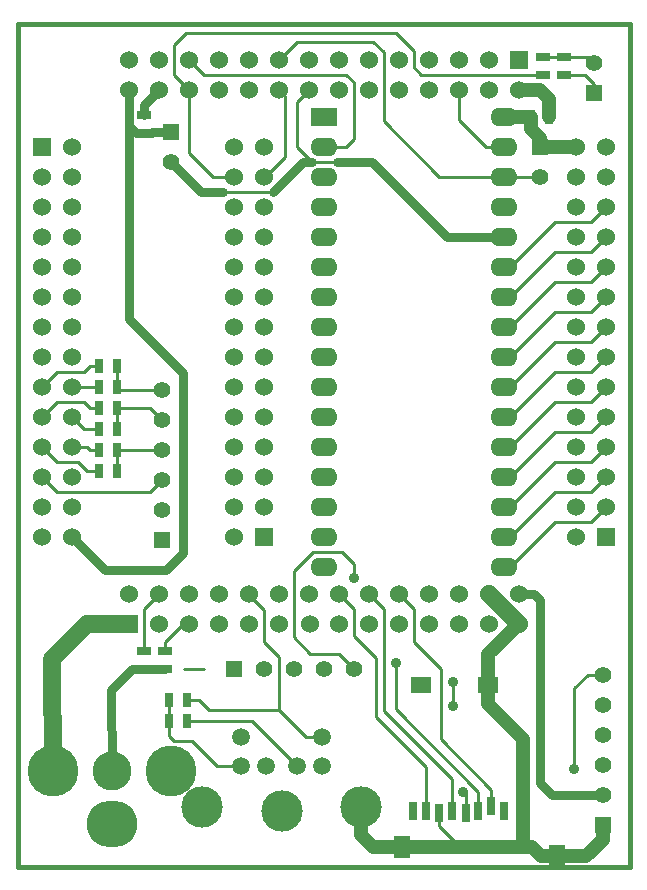
<source format=gtl>
G04 (created by PCBNEW (2013-07-07 BZR 4022)-stable) date 11/10/2018 5:54:12 PM*
%MOIN*%
G04 Gerber Fmt 3.4, Leading zero omitted, Abs format*
%FSLAX34Y34*%
G01*
G70*
G90*
G04 APERTURE LIST*
%ADD10C,0.00590551*%
%ADD11C,0.015*%
%ADD12O,0.17X0.155*%
%ADD13C,0.17*%
%ADD14C,0.13*%
%ADD15R,0.0708661X0.0551181*%
%ADD16R,0.0551181X0.0748031*%
%ADD17R,0.0314961X0.0590551*%
%ADD18C,0.055*%
%ADD19R,0.055X0.055*%
%ADD20C,0.06*%
%ADD21R,0.06X0.06*%
%ADD22R,0.045X0.025*%
%ADD23R,0.025X0.045*%
%ADD24R,0.09X0.062*%
%ADD25O,0.09X0.062*%
%ADD26C,0.0590551*%
%ADD27C,0.137795*%
%ADD28C,0.035*%
%ADD29C,0.01*%
%ADD30C,0.03*%
%ADD31C,0.045*%
%ADD32C,0.06*%
G04 APERTURE END LIST*
G54D10*
G54D11*
X45100Y-51500D02*
X45100Y-23400D01*
X65500Y-51500D02*
X45100Y-51500D01*
X65500Y-23400D02*
X65500Y-51500D01*
X45100Y-23400D02*
X65500Y-23400D01*
G54D12*
X48250Y-50070D03*
G54D13*
X46280Y-48300D03*
G54D14*
X48250Y-48300D03*
G54D13*
X50220Y-48300D03*
G54D15*
X58545Y-45450D03*
G54D16*
X57915Y-50850D03*
G54D17*
X59583Y-49650D03*
X59150Y-49728D03*
X58284Y-49650D03*
X58717Y-49650D03*
X60449Y-49650D03*
X60036Y-49728D03*
X60882Y-49492D03*
X61315Y-49650D03*
G54D16*
X63092Y-51150D03*
G54D15*
X60789Y-45450D03*
G54D18*
X49900Y-35600D03*
X49900Y-36600D03*
X49900Y-37600D03*
X49900Y-38600D03*
G54D19*
X49900Y-40600D03*
G54D18*
X49900Y-39600D03*
G54D20*
X45900Y-31500D03*
X45900Y-30500D03*
X45900Y-29500D03*
X45900Y-28500D03*
X46900Y-40500D03*
X46900Y-39500D03*
X46900Y-38500D03*
X46900Y-37500D03*
X46900Y-36500D03*
X45900Y-40500D03*
X46900Y-35500D03*
X45900Y-39500D03*
X46900Y-34500D03*
X45900Y-38500D03*
X46900Y-33500D03*
X45900Y-37500D03*
X46900Y-32500D03*
X45900Y-36500D03*
X46900Y-31500D03*
X45900Y-35500D03*
X46900Y-30500D03*
X45900Y-34500D03*
X46900Y-29500D03*
X45900Y-33500D03*
X46900Y-28500D03*
X45900Y-32500D03*
X46900Y-27500D03*
G54D21*
X45900Y-27500D03*
X64700Y-40500D03*
G54D20*
X63700Y-40500D03*
X64700Y-35500D03*
X63700Y-39500D03*
X64700Y-34500D03*
X63700Y-38500D03*
X64700Y-33500D03*
X63700Y-37500D03*
X64700Y-32500D03*
X63700Y-36500D03*
X64700Y-31500D03*
X63700Y-35500D03*
X64700Y-30500D03*
X63700Y-34500D03*
X64700Y-29500D03*
X63700Y-33500D03*
X64700Y-28500D03*
X63700Y-32500D03*
X64700Y-27500D03*
X63700Y-31500D03*
X63700Y-30500D03*
X63700Y-29500D03*
X63700Y-28500D03*
X63700Y-27500D03*
X64700Y-39500D03*
X64700Y-38500D03*
X64700Y-37500D03*
X64700Y-36500D03*
X57800Y-24600D03*
X58800Y-24600D03*
X59800Y-24600D03*
X60800Y-24600D03*
X48800Y-25600D03*
X49800Y-25600D03*
X50800Y-25600D03*
X51800Y-25600D03*
X52800Y-25600D03*
X48800Y-24600D03*
X53800Y-25600D03*
X49800Y-24600D03*
X54800Y-25600D03*
X50800Y-24600D03*
X55800Y-25600D03*
X51800Y-24600D03*
X56800Y-25600D03*
X52800Y-24600D03*
X57800Y-25600D03*
X53800Y-24600D03*
X58800Y-25600D03*
X54800Y-24600D03*
X59800Y-25600D03*
X55800Y-24600D03*
X60800Y-25600D03*
X56800Y-24600D03*
X61800Y-25600D03*
G54D21*
X61800Y-24600D03*
X48800Y-43400D03*
G54D20*
X48800Y-42400D03*
X53800Y-43400D03*
X49800Y-42400D03*
X54850Y-43400D03*
X50800Y-42400D03*
X55800Y-43400D03*
X51800Y-42400D03*
X56800Y-43400D03*
X52800Y-42400D03*
X57800Y-43400D03*
X53800Y-42400D03*
X58800Y-43400D03*
X54800Y-42400D03*
X59800Y-43400D03*
X55800Y-42400D03*
X60800Y-43400D03*
X56800Y-42400D03*
X61800Y-43400D03*
X57800Y-42400D03*
X58800Y-42400D03*
X59800Y-42400D03*
X60800Y-42400D03*
X61800Y-42400D03*
X49800Y-43400D03*
X50800Y-43400D03*
X51800Y-43400D03*
X52800Y-43400D03*
G54D22*
X50000Y-44300D03*
X50000Y-44900D03*
X49300Y-44300D03*
X49300Y-44900D03*
G54D23*
X47800Y-37600D03*
X48400Y-37600D03*
X47800Y-34800D03*
X48400Y-34800D03*
X47800Y-35500D03*
X48400Y-35500D03*
X47800Y-36200D03*
X48400Y-36200D03*
X47800Y-36900D03*
X48400Y-36900D03*
X47800Y-38300D03*
X48400Y-38300D03*
G54D19*
X64600Y-50100D03*
G54D18*
X64600Y-49100D03*
X64600Y-48100D03*
X64600Y-47100D03*
X64600Y-46100D03*
X64600Y-45100D03*
G54D24*
X55300Y-26500D03*
G54D25*
X55300Y-27500D03*
X55300Y-28500D03*
X55300Y-29500D03*
X55300Y-30500D03*
X55300Y-31500D03*
X55300Y-32500D03*
X55300Y-33500D03*
X55300Y-34500D03*
X55300Y-35500D03*
X55300Y-36500D03*
X55300Y-37500D03*
X55300Y-38500D03*
X55300Y-39500D03*
X55300Y-40500D03*
X55300Y-41500D03*
X61300Y-41500D03*
X61300Y-40500D03*
X61300Y-39500D03*
X61300Y-38500D03*
X61300Y-37500D03*
X61300Y-36500D03*
X61300Y-35500D03*
X61300Y-34500D03*
X61300Y-33500D03*
X61300Y-32500D03*
X61300Y-31500D03*
X61300Y-30500D03*
X61300Y-29500D03*
X61300Y-28500D03*
X61300Y-27500D03*
X61300Y-26500D03*
G54D23*
X62200Y-26500D03*
X62800Y-26500D03*
G54D26*
X54409Y-48153D03*
X53390Y-48153D03*
X52559Y-48153D03*
X52559Y-47169D03*
X55240Y-47169D03*
G54D27*
X51242Y-49531D03*
X56557Y-49531D03*
X53900Y-49649D03*
G54D26*
X55240Y-48153D03*
G54D22*
X63300Y-24500D03*
X63300Y-25100D03*
X62600Y-25100D03*
X62600Y-24500D03*
G54D19*
X64300Y-25700D03*
G54D18*
X64300Y-24700D03*
G54D19*
X50200Y-27000D03*
G54D18*
X50200Y-28000D03*
G54D19*
X62500Y-27500D03*
G54D18*
X62500Y-28500D03*
G54D19*
X52300Y-44900D03*
G54D18*
X53300Y-44900D03*
X54300Y-44900D03*
X55300Y-44900D03*
X56300Y-44900D03*
G54D22*
X49300Y-27050D03*
X49300Y-26450D03*
G54D20*
X52300Y-27500D03*
X53300Y-27500D03*
G54D21*
X53300Y-40500D03*
G54D20*
X52300Y-40500D03*
X53300Y-39500D03*
X52300Y-39500D03*
X53300Y-38500D03*
X52300Y-38500D03*
X53300Y-37500D03*
X52300Y-37500D03*
X53300Y-36500D03*
X52300Y-36500D03*
X53300Y-35500D03*
X52300Y-35500D03*
X53300Y-34500D03*
X52300Y-34500D03*
X53300Y-33500D03*
X52300Y-33500D03*
X53300Y-32500D03*
X52300Y-32500D03*
X53300Y-31500D03*
X52300Y-31500D03*
X53300Y-30500D03*
X52300Y-30500D03*
X53300Y-29500D03*
X52300Y-29500D03*
X53300Y-28500D03*
X52300Y-28500D03*
G54D23*
X50750Y-46650D03*
X50150Y-46650D03*
X50750Y-45950D03*
X50150Y-45950D03*
G54D28*
X59950Y-49000D03*
X63650Y-48250D03*
X59600Y-46150D03*
X59600Y-45350D03*
X56325Y-41875D03*
X57700Y-44700D03*
G54D29*
X50650Y-44900D02*
X51300Y-44900D01*
X50150Y-46650D02*
X50150Y-46000D01*
X52559Y-48153D02*
X51753Y-48153D01*
X50150Y-47150D02*
X50150Y-46650D01*
X50300Y-47300D02*
X50150Y-47150D01*
X50900Y-47300D02*
X50300Y-47300D01*
X51753Y-48153D02*
X50900Y-47300D01*
X60036Y-49728D02*
X60036Y-49086D01*
X60036Y-49086D02*
X59950Y-49000D01*
G54D30*
X50200Y-27000D02*
X49600Y-27000D01*
X49550Y-27050D02*
X49300Y-27050D01*
X49600Y-27000D02*
X49550Y-27050D01*
X49300Y-27050D02*
X49050Y-27050D01*
X49050Y-27050D02*
X48800Y-26800D01*
X50600Y-35050D02*
X50600Y-41050D01*
X48800Y-33250D02*
X50600Y-35050D01*
X48800Y-25600D02*
X48800Y-26800D01*
X48800Y-26800D02*
X48800Y-33250D01*
X48000Y-41600D02*
X46900Y-40500D01*
X50050Y-41600D02*
X48000Y-41600D01*
X50600Y-41050D02*
X50050Y-41600D01*
X64600Y-49100D02*
X62900Y-49100D01*
X62900Y-49100D02*
X62500Y-48700D01*
X61800Y-42400D02*
X62300Y-42400D01*
X62500Y-42600D02*
X62500Y-48700D01*
X62300Y-42400D02*
X62500Y-42600D01*
G54D31*
X62500Y-27500D02*
X63700Y-27500D01*
X62200Y-26500D02*
X62200Y-26900D01*
X62200Y-26900D02*
X62500Y-27200D01*
X62500Y-27200D02*
X62500Y-27500D01*
X61300Y-26500D02*
X62200Y-26500D01*
G54D29*
X61500Y-35500D02*
X61300Y-35500D01*
X63000Y-34000D02*
X61500Y-35500D01*
X64200Y-34000D02*
X63000Y-34000D01*
X64700Y-33500D02*
X64200Y-34000D01*
X61500Y-33500D02*
X61300Y-33500D01*
X63000Y-32000D02*
X61500Y-33500D01*
X64200Y-32000D02*
X63000Y-32000D01*
X64700Y-31500D02*
X64200Y-32000D01*
G54D30*
X50200Y-28000D02*
X51200Y-29000D01*
X54600Y-28000D02*
X54750Y-28000D01*
X54750Y-28000D02*
X54900Y-28000D01*
X53600Y-29000D02*
X54600Y-28000D01*
G54D29*
X53050Y-29000D02*
X53600Y-29000D01*
X52400Y-29000D02*
X53050Y-29000D01*
X51950Y-29000D02*
X52400Y-29000D01*
G54D30*
X51200Y-29000D02*
X51950Y-29000D01*
X61300Y-30500D02*
X59400Y-30500D01*
X59400Y-30500D02*
X56900Y-28000D01*
G54D29*
X55750Y-28000D02*
X54900Y-28000D01*
G54D30*
X56900Y-28000D02*
X55750Y-28000D01*
G54D29*
X54900Y-28000D02*
X54400Y-27500D01*
X54400Y-27500D02*
X54400Y-26000D01*
X54400Y-26000D02*
X54800Y-25600D01*
X61300Y-27500D02*
X60700Y-27500D01*
X60700Y-27500D02*
X59800Y-26600D01*
X59800Y-26600D02*
X59800Y-25600D01*
X55300Y-27500D02*
X56050Y-27500D01*
X51300Y-25100D02*
X50800Y-24600D01*
X56050Y-25100D02*
X51300Y-25100D01*
X56300Y-25350D02*
X56050Y-25100D01*
X56300Y-27250D02*
X56300Y-25350D01*
X56050Y-27500D02*
X56300Y-27250D01*
X61300Y-28500D02*
X59150Y-28500D01*
X54400Y-24000D02*
X53800Y-24600D01*
X56950Y-24000D02*
X54400Y-24000D01*
X57300Y-24350D02*
X56950Y-24000D01*
X57300Y-26650D02*
X57300Y-24350D01*
X59150Y-28500D02*
X57300Y-26650D01*
X62500Y-28500D02*
X61300Y-28500D01*
X61500Y-31500D02*
X61300Y-31500D01*
X63000Y-30000D02*
X61500Y-31500D01*
X64200Y-30000D02*
X63000Y-30000D01*
X64700Y-29500D02*
X64200Y-30000D01*
X61500Y-32500D02*
X61300Y-32500D01*
X63000Y-31000D02*
X61500Y-32500D01*
X64200Y-31000D02*
X63000Y-31000D01*
X64700Y-30500D02*
X64200Y-31000D01*
X62600Y-25100D02*
X58550Y-25100D01*
X50300Y-25100D02*
X50800Y-25600D01*
X50300Y-24100D02*
X50300Y-25100D01*
X50700Y-23700D02*
X50300Y-24100D01*
X57700Y-23700D02*
X50700Y-23700D01*
X58300Y-24300D02*
X57700Y-23700D01*
X58300Y-24850D02*
X58300Y-24300D01*
X58550Y-25100D02*
X58300Y-24850D01*
X50800Y-27700D02*
X50800Y-25600D01*
X52300Y-28500D02*
X51600Y-28500D01*
X51600Y-28500D02*
X50800Y-27700D01*
X61500Y-36500D02*
X61300Y-36500D01*
X63000Y-35000D02*
X61500Y-36500D01*
X64200Y-35000D02*
X63000Y-35000D01*
X64700Y-34500D02*
X64200Y-35000D01*
X64100Y-45100D02*
X64600Y-45100D01*
X63650Y-45550D02*
X64100Y-45100D01*
X63650Y-48250D02*
X63650Y-45550D01*
X49300Y-44300D02*
X49300Y-42900D01*
X49300Y-42900D02*
X49800Y-42400D01*
X61500Y-41500D02*
X61300Y-41500D01*
X63000Y-40000D02*
X61500Y-41500D01*
X64200Y-40000D02*
X63000Y-40000D01*
X64700Y-39500D02*
X64200Y-40000D01*
X61500Y-40500D02*
X61300Y-40500D01*
X63000Y-39000D02*
X61500Y-40500D01*
X64200Y-39000D02*
X63000Y-39000D01*
X64700Y-38500D02*
X64200Y-39000D01*
X61500Y-39500D02*
X61300Y-39500D01*
X63000Y-38000D02*
X61500Y-39500D01*
X64200Y-38000D02*
X63000Y-38000D01*
X64700Y-37500D02*
X64200Y-38000D01*
X61500Y-38500D02*
X61300Y-38500D01*
X63000Y-37000D02*
X61500Y-38500D01*
X64200Y-37000D02*
X63000Y-37000D01*
X64700Y-36500D02*
X64200Y-37000D01*
X61500Y-37500D02*
X61300Y-37500D01*
X63000Y-36000D02*
X61500Y-37500D01*
X64200Y-36000D02*
X63000Y-36000D01*
X64700Y-35500D02*
X64200Y-36000D01*
X49500Y-39000D02*
X49900Y-38600D01*
X45900Y-38500D02*
X46400Y-39000D01*
X46400Y-39000D02*
X49500Y-39000D01*
X61500Y-34500D02*
X61300Y-34500D01*
X63000Y-33000D02*
X61500Y-34500D01*
X64200Y-33000D02*
X63000Y-33000D01*
X64700Y-32500D02*
X64200Y-33000D01*
X53300Y-28500D02*
X53350Y-28500D01*
X54000Y-25800D02*
X53800Y-25600D01*
X54000Y-27850D02*
X54000Y-25800D01*
X53350Y-28500D02*
X54000Y-27850D01*
X53825Y-46275D02*
X51475Y-46275D01*
X51150Y-45950D02*
X50750Y-45950D01*
X51475Y-46275D02*
X51150Y-45950D01*
X52800Y-42400D02*
X52800Y-42450D01*
X52800Y-42450D02*
X53300Y-42950D01*
X54719Y-47169D02*
X55240Y-47169D01*
X53800Y-46250D02*
X53825Y-46275D01*
X53825Y-46275D02*
X54719Y-47169D01*
X53800Y-44500D02*
X53800Y-46250D01*
X53300Y-44000D02*
X53800Y-44500D01*
X53300Y-42950D02*
X53300Y-44000D01*
X54409Y-48153D02*
X54403Y-48153D01*
X52050Y-46650D02*
X50750Y-46650D01*
X52900Y-46650D02*
X52050Y-46650D01*
X54403Y-48153D02*
X52900Y-46650D01*
X59600Y-46100D02*
X59600Y-46150D01*
X59600Y-45350D02*
X59600Y-46100D01*
X55800Y-44400D02*
X56300Y-44900D01*
X54850Y-44400D02*
X55800Y-44400D01*
X54300Y-43850D02*
X54850Y-44400D01*
X54300Y-41650D02*
X54300Y-43850D01*
X54950Y-41000D02*
X54300Y-41650D01*
X55900Y-41000D02*
X54950Y-41000D01*
X56300Y-41400D02*
X55900Y-41000D01*
X56300Y-41900D02*
X56300Y-41400D01*
X56325Y-41875D02*
X56300Y-41900D01*
X47800Y-35500D02*
X46900Y-35500D01*
X45900Y-35500D02*
X46400Y-35000D01*
X46400Y-35000D02*
X47300Y-35000D01*
X47300Y-35000D02*
X47500Y-34800D01*
X47500Y-34800D02*
X47800Y-34800D01*
X47300Y-36900D02*
X46900Y-36500D01*
X47800Y-36900D02*
X47300Y-36900D01*
X45900Y-36500D02*
X46400Y-36000D01*
X46400Y-36000D02*
X47300Y-36000D01*
X47300Y-36000D02*
X47500Y-36200D01*
X47500Y-36200D02*
X47800Y-36200D01*
X46900Y-37500D02*
X47400Y-37500D01*
X47400Y-37500D02*
X47500Y-37600D01*
X47500Y-37600D02*
X47800Y-37600D01*
X45900Y-37500D02*
X46400Y-38000D01*
X46400Y-38000D02*
X47100Y-38000D01*
X47100Y-38000D02*
X47400Y-38300D01*
X47400Y-38300D02*
X47800Y-38300D01*
X50600Y-43400D02*
X50800Y-43400D01*
X50000Y-44000D02*
X50600Y-43400D01*
X50000Y-44300D02*
X50000Y-44000D01*
G54D31*
X60789Y-45450D02*
X60789Y-46089D01*
X61950Y-47250D02*
X61950Y-50850D01*
X60789Y-46089D02*
X61950Y-47250D01*
X60789Y-45450D02*
X60789Y-44410D01*
X60789Y-44410D02*
X61800Y-43400D01*
G54D29*
X59150Y-49728D02*
X59150Y-50150D01*
X59150Y-50150D02*
X59850Y-50850D01*
G54D31*
X57915Y-50850D02*
X56950Y-50850D01*
X56950Y-50850D02*
X56557Y-50457D01*
X56557Y-50457D02*
X56557Y-49531D01*
X57915Y-50850D02*
X59850Y-50850D01*
X59850Y-50850D02*
X61950Y-50850D01*
X61950Y-50850D02*
X62250Y-50850D01*
X62550Y-51150D02*
X63092Y-51150D01*
X62250Y-50850D02*
X62550Y-51150D01*
X63092Y-51150D02*
X64050Y-51150D01*
X64050Y-51150D02*
X64600Y-50600D01*
X64600Y-50600D02*
X64600Y-50100D01*
G54D30*
X49300Y-26450D02*
X49300Y-26100D01*
X49300Y-26100D02*
X49800Y-25600D01*
G54D32*
X61800Y-43400D02*
X60800Y-42400D01*
X46280Y-48300D02*
X46230Y-44570D01*
X46230Y-44570D02*
X47400Y-43400D01*
X47400Y-43400D02*
X48800Y-43400D01*
G54D29*
X63300Y-25100D02*
X64000Y-25100D01*
X64000Y-25100D02*
X64300Y-25400D01*
X64300Y-25400D02*
X64300Y-25700D01*
G54D31*
X61800Y-25600D02*
X62500Y-25600D01*
X62500Y-25600D02*
X62800Y-25900D01*
X62800Y-25900D02*
X62800Y-26500D01*
G54D29*
X57800Y-42400D02*
X58300Y-42900D01*
X60882Y-48932D02*
X60882Y-49492D01*
X59200Y-47250D02*
X60882Y-48932D01*
X59200Y-44900D02*
X59200Y-47250D01*
X58300Y-44000D02*
X59200Y-44900D01*
X58300Y-42900D02*
X58300Y-44000D01*
X57050Y-46500D02*
X57050Y-44550D01*
X58717Y-48167D02*
X57050Y-46500D01*
X57050Y-44550D02*
X56300Y-43800D01*
X56300Y-43800D02*
X56300Y-42900D01*
X56300Y-42900D02*
X55800Y-42400D01*
X58717Y-49650D02*
X58717Y-48167D01*
X48400Y-36200D02*
X49500Y-36200D01*
X49500Y-36200D02*
X49900Y-36600D01*
X48400Y-36200D02*
X48400Y-36900D01*
X48400Y-37600D02*
X49900Y-37600D01*
X48400Y-38300D02*
X48400Y-37600D01*
G54D30*
X48250Y-48300D02*
X48200Y-45600D01*
X48200Y-45600D02*
X48900Y-44900D01*
X48900Y-44900D02*
X49300Y-44900D01*
X50000Y-44900D02*
X49300Y-44900D01*
G54D29*
X48400Y-35500D02*
X48400Y-34800D01*
X49900Y-35600D02*
X48500Y-35600D01*
X48500Y-35600D02*
X48400Y-35500D01*
X60449Y-48999D02*
X60449Y-49650D01*
X57700Y-46250D02*
X60449Y-48999D01*
X57700Y-44700D02*
X57700Y-46250D01*
X62600Y-24500D02*
X63300Y-24500D01*
X63300Y-24500D02*
X64100Y-24500D01*
X64100Y-24500D02*
X64300Y-24700D01*
X59583Y-49650D02*
X59583Y-48583D01*
X57300Y-42900D02*
X56800Y-42400D01*
X57300Y-46300D02*
X57300Y-42900D01*
X59583Y-48583D02*
X57300Y-46300D01*
M02*

</source>
